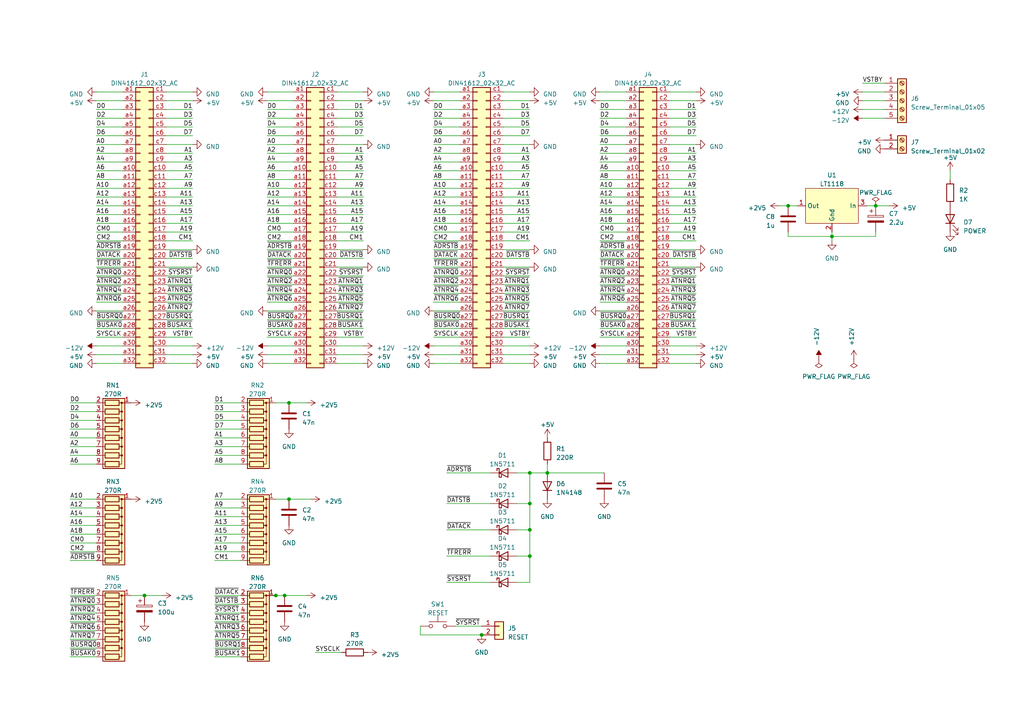
<source format=kicad_sch>
(kicad_sch (version 20230121) (generator eeschema)
  (paper "A4")
  (junction (at 254 59.69))
  (junction (at 158.75 137.16))
  (junction (at 228.6 59.69))
  (junction (at 241.3 68.58))
  (junction (at 153.67 161.29))
  (junction (at 83.82 144.78))
  (junction (at 139.7 184.15))
  (junction (at 41.91 172.72))
  (junction (at 153.67 137.16))
  (junction (at 83.82 116.84))
  (junction (at 80.01 172.72))
  (junction (at 153.67 153.67))
  (junction (at 82.55 172.72))
  (junction (at 153.67 146.05))
  (wire (pts (xy 97.79 34.29) (xy 105.41 34.29)))
  (wire (pts (xy 194.31 36.83) (xy 201.93 36.83)))
  (wire (pts (xy 146.05 74.93) (xy 153.67 74.93)))
  (wire (pts (xy 69.85 187.96) (xy 62.23 187.96)))
  (wire (pts (xy 105.41 26.67) (xy 97.79 26.67)))
  (wire (pts (xy 27.94 87.63) (xy 35.56 87.63)))
  (wire (pts (xy 173.99 62.23) (xy 181.61 62.23)))
  (wire (pts (xy 173.99 34.29) (xy 181.61 34.29)))
  (wire (pts (xy 97.79 62.23) (xy 105.41 62.23)))
  (wire (pts (xy 55.88 72.39) (xy 48.26 72.39)))
  (wire (pts (xy 77.47 82.55) (xy 85.09 82.55)))
  (wire (pts (xy 48.26 85.09) (xy 55.88 85.09)))
  (wire (pts (xy 194.31 34.29) (xy 201.93 34.29)))
  (wire (pts (xy 125.73 80.01) (xy 133.35 80.01)))
  (wire (pts (xy 69.85 172.72) (xy 62.23 172.72)))
  (wire (pts (xy 125.73 52.07) (xy 133.35 52.07)))
  (wire (pts (xy 250.19 26.67) (xy 256.54 26.67)))
  (wire (pts (xy 48.26 95.25) (xy 55.88 95.25)))
  (wire (pts (xy 27.94 85.09) (xy 35.56 85.09)))
  (wire (pts (xy 125.73 90.17) (xy 133.35 90.17)))
  (wire (pts (xy 97.79 100.33) (xy 105.41 100.33)))
  (wire (pts (xy 97.79 36.83) (xy 105.41 36.83)))
  (wire (pts (xy 105.41 77.47) (xy 97.79 77.47)))
  (wire (pts (xy 48.26 97.79) (xy 55.88 97.79)))
  (wire (pts (xy 153.67 105.41) (xy 146.05 105.41)))
  (wire (pts (xy 125.73 92.71) (xy 133.35 92.71)))
  (wire (pts (xy 77.47 31.75) (xy 85.09 31.75)))
  (wire (pts (xy 20.32 149.86) (xy 27.94 149.86)))
  (wire (pts (xy 125.73 31.75) (xy 133.35 31.75)))
  (wire (pts (xy 129.54 137.16) (xy 142.24 137.16)))
  (wire (pts (xy 20.32 124.46) (xy 27.94 124.46)))
  (wire (pts (xy 77.47 85.09) (xy 85.09 85.09)))
  (wire (pts (xy 97.79 49.53) (xy 105.41 49.53)))
  (wire (pts (xy 146.05 44.45) (xy 153.67 44.45)))
  (wire (pts (xy 77.47 97.79) (xy 85.09 97.79)))
  (wire (pts (xy 20.32 132.08) (xy 27.94 132.08)))
  (wire (pts (xy 27.94 82.55) (xy 35.56 82.55)))
  (wire (pts (xy 27.94 74.93) (xy 35.56 74.93)))
  (wire (pts (xy 153.67 26.67) (xy 146.05 26.67)))
  (wire (pts (xy 149.86 137.16) (xy 153.67 137.16)))
  (wire (pts (xy 121.92 181.61) (xy 121.92 184.15)))
  (wire (pts (xy 20.32 180.34) (xy 27.94 180.34)))
  (wire (pts (xy 69.85 190.5) (xy 62.23 190.5)))
  (wire (pts (xy 105.41 29.21) (xy 97.79 29.21)))
  (wire (pts (xy 146.05 59.69) (xy 153.67 59.69)))
  (wire (pts (xy 146.05 100.33) (xy 153.67 100.33)))
  (wire (pts (xy 48.26 46.99) (xy 55.88 46.99)))
  (wire (pts (xy 228.6 68.58) (xy 241.3 68.58)))
  (wire (pts (xy 173.99 29.21) (xy 181.61 29.21)))
  (wire (pts (xy 173.99 72.39) (xy 181.61 72.39)))
  (wire (pts (xy 149.86 161.29) (xy 153.67 161.29)))
  (wire (pts (xy 201.93 77.47) (xy 194.31 77.47)))
  (wire (pts (xy 69.85 144.78) (xy 62.23 144.78)))
  (wire (pts (xy 20.32 144.78) (xy 27.94 144.78)))
  (wire (pts (xy 48.26 52.07) (xy 55.88 52.07)))
  (wire (pts (xy 129.54 161.29) (xy 142.24 161.29)))
  (wire (pts (xy 48.26 92.71) (xy 55.88 92.71)))
  (wire (pts (xy 153.67 146.05) (xy 153.67 137.16)))
  (wire (pts (xy 97.79 67.31) (xy 105.41 67.31)))
  (wire (pts (xy 194.31 80.01) (xy 201.93 80.01)))
  (wire (pts (xy 194.31 82.55) (xy 201.93 82.55)))
  (wire (pts (xy 97.79 54.61) (xy 105.41 54.61)))
  (wire (pts (xy 77.47 54.61) (xy 85.09 54.61)))
  (wire (pts (xy 97.79 90.17) (xy 105.41 90.17)))
  (wire (pts (xy 194.31 90.17) (xy 201.93 90.17)))
  (wire (pts (xy 83.82 144.78) (xy 80.01 144.78)))
  (wire (pts (xy 82.55 172.72) (xy 80.01 172.72)))
  (wire (pts (xy 69.85 121.92) (xy 62.23 121.92)))
  (wire (pts (xy 27.94 31.75) (xy 35.56 31.75)))
  (wire (pts (xy 97.79 87.63) (xy 105.41 87.63)))
  (wire (pts (xy 173.99 59.69) (xy 181.61 59.69)))
  (wire (pts (xy 125.73 49.53) (xy 133.35 49.53)))
  (wire (pts (xy 105.41 41.91) (xy 97.79 41.91)))
  (wire (pts (xy 20.32 116.84) (xy 27.94 116.84)))
  (wire (pts (xy 77.47 74.93) (xy 85.09 74.93)))
  (wire (pts (xy 146.05 92.71) (xy 153.67 92.71)))
  (wire (pts (xy 55.88 105.41) (xy 48.26 105.41)))
  (wire (pts (xy 77.47 26.67) (xy 85.09 26.67)))
  (wire (pts (xy 125.73 39.37) (xy 133.35 39.37)))
  (wire (pts (xy 125.73 62.23) (xy 133.35 62.23)))
  (wire (pts (xy 97.79 57.15) (xy 105.41 57.15)))
  (wire (pts (xy 125.73 29.21) (xy 133.35 29.21)))
  (wire (pts (xy 173.99 105.41) (xy 181.61 105.41)))
  (wire (pts (xy 257.81 59.69) (xy 254 59.69)))
  (wire (pts (xy 125.73 67.31) (xy 133.35 67.31)))
  (wire (pts (xy 27.94 90.17) (xy 35.56 90.17)))
  (wire (pts (xy 125.73 34.29) (xy 133.35 34.29)))
  (wire (pts (xy 69.85 124.46) (xy 62.23 124.46)))
  (wire (pts (xy 146.05 36.83) (xy 153.67 36.83)))
  (wire (pts (xy 77.47 59.69) (xy 85.09 59.69)))
  (wire (pts (xy 146.05 95.25) (xy 153.67 95.25)))
  (wire (pts (xy 77.47 87.63) (xy 85.09 87.63)))
  (wire (pts (xy 173.99 90.17) (xy 181.61 90.17)))
  (wire (pts (xy 153.67 153.67) (xy 153.67 146.05)))
  (wire (pts (xy 153.67 102.87) (xy 146.05 102.87)))
  (wire (pts (xy 27.94 102.87) (xy 35.56 102.87)))
  (wire (pts (xy 77.47 29.21) (xy 85.09 29.21)))
  (wire (pts (xy 77.47 105.41) (xy 85.09 105.41)))
  (wire (pts (xy 228.6 68.58) (xy 228.6 67.31)))
  (wire (pts (xy 77.47 36.83) (xy 85.09 36.83)))
  (wire (pts (xy 20.32 121.92) (xy 27.94 121.92)))
  (wire (pts (xy 20.32 134.62) (xy 27.94 134.62)))
  (wire (pts (xy 153.67 72.39) (xy 146.05 72.39)))
  (wire (pts (xy 55.88 102.87) (xy 48.26 102.87)))
  (wire (pts (xy 27.94 44.45) (xy 35.56 44.45)))
  (wire (pts (xy 69.85 129.54) (xy 62.23 129.54)))
  (wire (pts (xy 27.94 41.91) (xy 35.56 41.91)))
  (wire (pts (xy 97.79 31.75) (xy 105.41 31.75)))
  (wire (pts (xy 173.99 39.37) (xy 181.61 39.37)))
  (wire (pts (xy 201.93 41.91) (xy 194.31 41.91)))
  (wire (pts (xy 77.47 46.99) (xy 85.09 46.99)))
  (wire (pts (xy 173.99 41.91) (xy 181.61 41.91)))
  (wire (pts (xy 77.47 64.77) (xy 85.09 64.77)))
  (wire (pts (xy 129.54 168.91) (xy 142.24 168.91)))
  (wire (pts (xy 97.79 44.45) (xy 105.41 44.45)))
  (wire (pts (xy 88.9 116.84) (xy 83.82 116.84)))
  (wire (pts (xy 97.79 85.09) (xy 105.41 85.09)))
  (wire (pts (xy 250.19 29.21) (xy 256.54 29.21)))
  (wire (pts (xy 173.99 77.47) (xy 181.61 77.47)))
  (wire (pts (xy 194.31 57.15) (xy 201.93 57.15)))
  (wire (pts (xy 77.47 34.29) (xy 85.09 34.29)))
  (wire (pts (xy 97.79 39.37) (xy 105.41 39.37)))
  (wire (pts (xy 153.67 137.16) (xy 158.75 137.16)))
  (wire (pts (xy 48.26 74.93) (xy 55.88 74.93)))
  (wire (pts (xy 254 59.69) (xy 251.46 59.69)))
  (wire (pts (xy 125.73 46.99) (xy 133.35 46.99)))
  (wire (pts (xy 241.3 68.58) (xy 254 68.58)))
  (wire (pts (xy 90.17 144.78) (xy 83.82 144.78)))
  (wire (pts (xy 27.94 39.37) (xy 35.56 39.37)))
  (wire (pts (xy 48.26 80.01) (xy 55.88 80.01)))
  (wire (pts (xy 105.41 105.41) (xy 97.79 105.41)))
  (wire (pts (xy 241.3 69.85) (xy 241.3 68.58)))
  (wire (pts (xy 69.85 157.48) (xy 62.23 157.48)))
  (wire (pts (xy 77.47 62.23) (xy 85.09 62.23)))
  (wire (pts (xy 20.32 160.02) (xy 27.94 160.02)))
  (wire (pts (xy 132.08 181.61) (xy 139.7 181.61)))
  (wire (pts (xy 125.73 72.39) (xy 133.35 72.39)))
  (wire (pts (xy 146.05 69.85) (xy 153.67 69.85)))
  (wire (pts (xy 250.19 31.75) (xy 256.54 31.75)))
  (wire (pts (xy 201.93 105.41) (xy 194.31 105.41)))
  (wire (pts (xy 250.19 34.29) (xy 256.54 34.29)))
  (wire (pts (xy 55.88 77.47) (xy 48.26 77.47)))
  (wire (pts (xy 27.94 105.41) (xy 35.56 105.41)))
  (wire (pts (xy 20.32 157.48) (xy 27.94 157.48)))
  (wire (pts (xy 146.05 80.01) (xy 153.67 80.01)))
  (wire (pts (xy 55.88 41.91) (xy 48.26 41.91)))
  (wire (pts (xy 125.73 100.33) (xy 133.35 100.33)))
  (wire (pts (xy 125.73 44.45) (xy 133.35 44.45)))
  (wire (pts (xy 201.93 29.21) (xy 194.31 29.21)))
  (wire (pts (xy 146.05 34.29) (xy 153.67 34.29)))
  (wire (pts (xy 77.47 80.01) (xy 85.09 80.01)))
  (wire (pts (xy 20.32 172.72) (xy 27.94 172.72)))
  (wire (pts (xy 125.73 36.83) (xy 133.35 36.83)))
  (wire (pts (xy 228.6 59.69) (xy 231.14 59.69)))
  (wire (pts (xy 27.94 26.67) (xy 35.56 26.67)))
  (wire (pts (xy 20.32 129.54) (xy 27.94 129.54)))
  (wire (pts (xy 194.31 74.93) (xy 201.93 74.93)))
  (wire (pts (xy 173.99 36.83) (xy 181.61 36.83)))
  (wire (pts (xy 173.99 87.63) (xy 181.61 87.63)))
  (wire (pts (xy 27.94 72.39) (xy 35.56 72.39)))
  (wire (pts (xy 48.26 87.63) (xy 55.88 87.63)))
  (wire (pts (xy 125.73 41.91) (xy 133.35 41.91)))
  (wire (pts (xy 146.05 57.15) (xy 153.67 57.15)))
  (wire (pts (xy 194.31 97.79) (xy 201.93 97.79)))
  (wire (pts (xy 173.99 100.33) (xy 181.61 100.33)))
  (wire (pts (xy 97.79 52.07) (xy 105.41 52.07)))
  (wire (pts (xy 69.85 127) (xy 62.23 127)))
  (wire (pts (xy 20.32 182.88) (xy 27.94 182.88)))
  (wire (pts (xy 48.26 34.29) (xy 55.88 34.29)))
  (wire (pts (xy 173.99 46.99) (xy 181.61 46.99)))
  (wire (pts (xy 194.31 49.53) (xy 201.93 49.53)))
  (wire (pts (xy 48.26 82.55) (xy 55.88 82.55)))
  (wire (pts (xy 194.31 62.23) (xy 201.93 62.23)))
  (wire (pts (xy 97.79 97.79) (xy 105.41 97.79)))
  (wire (pts (xy 194.31 95.25) (xy 201.93 95.25)))
  (wire (pts (xy 149.86 168.91) (xy 153.67 168.91)))
  (wire (pts (xy 194.31 64.77) (xy 201.93 64.77)))
  (wire (pts (xy 146.05 64.77) (xy 153.67 64.77)))
  (wire (pts (xy 125.73 87.63) (xy 133.35 87.63)))
  (wire (pts (xy 146.05 97.79) (xy 153.67 97.79)))
  (wire (pts (xy 146.05 31.75) (xy 153.67 31.75)))
  (wire (pts (xy 20.32 185.42) (xy 27.94 185.42)))
  (wire (pts (xy 194.31 46.99) (xy 201.93 46.99)))
  (wire (pts (xy 48.26 59.69) (xy 55.88 59.69)))
  (wire (pts (xy 173.99 92.71) (xy 181.61 92.71)))
  (wire (pts (xy 20.32 147.32) (xy 27.94 147.32)))
  (wire (pts (xy 77.47 67.31) (xy 85.09 67.31)))
  (wire (pts (xy 27.94 62.23) (xy 35.56 62.23)))
  (wire (pts (xy 69.85 116.84) (xy 62.23 116.84)))
  (wire (pts (xy 27.94 34.29) (xy 35.56 34.29)))
  (wire (pts (xy 250.19 24.13) (xy 256.54 24.13)))
  (wire (pts (xy 20.32 127) (xy 27.94 127)))
  (wire (pts (xy 27.94 69.85) (xy 35.56 69.85)))
  (wire (pts (xy 194.31 39.37) (xy 201.93 39.37)))
  (wire (pts (xy 201.93 26.67) (xy 194.31 26.67)))
  (wire (pts (xy 27.94 95.25) (xy 35.56 95.25)))
  (wire (pts (xy 194.31 44.45) (xy 201.93 44.45)))
  (wire (pts (xy 77.47 72.39) (xy 85.09 72.39)))
  (wire (pts (xy 69.85 154.94) (xy 62.23 154.94)))
  (wire (pts (xy 275.59 49.53) (xy 275.59 52.07)))
  (wire (pts (xy 46.99 172.72) (xy 41.91 172.72)))
  (wire (pts (xy 97.79 80.01) (xy 105.41 80.01)))
  (wire (pts (xy 105.41 72.39) (xy 97.79 72.39)))
  (wire (pts (xy 97.79 95.25) (xy 105.41 95.25)))
  (wire (pts (xy 149.86 153.67) (xy 153.67 153.67)))
  (wire (pts (xy 48.26 31.75) (xy 55.88 31.75)))
  (wire (pts (xy 125.73 69.85) (xy 133.35 69.85)))
  (wire (pts (xy 41.91 172.72) (xy 38.1 172.72)))
  (wire (pts (xy 27.94 67.31) (xy 35.56 67.31)))
  (wire (pts (xy 125.73 85.09) (xy 133.35 85.09)))
  (wire (pts (xy 27.94 54.61) (xy 35.56 54.61)))
  (wire (pts (xy 48.26 57.15) (xy 55.88 57.15)))
  (wire (pts (xy 48.26 62.23) (xy 55.88 62.23)))
  (wire (pts (xy 69.85 162.56) (xy 62.23 162.56)))
  (wire (pts (xy 146.05 90.17) (xy 153.67 90.17)))
  (wire (pts (xy 97.79 64.77) (xy 105.41 64.77)))
  (wire (pts (xy 125.73 95.25) (xy 133.35 95.25)))
  (wire (pts (xy 27.94 77.47) (xy 35.56 77.47)))
  (wire (pts (xy 125.73 74.93) (xy 133.35 74.93)))
  (wire (pts (xy 48.26 44.45) (xy 55.88 44.45)))
  (wire (pts (xy 20.32 187.96) (xy 27.94 187.96)))
  (wire (pts (xy 27.94 97.79) (xy 35.56 97.79)))
  (wire (pts (xy 146.05 85.09) (xy 153.67 85.09)))
  (wire (pts (xy 125.73 59.69) (xy 133.35 59.69)))
  (wire (pts (xy 173.99 26.67) (xy 181.61 26.67)))
  (wire (pts (xy 69.85 185.42) (xy 62.23 185.42)))
  (wire (pts (xy 69.85 134.62) (xy 62.23 134.62)))
  (wire (pts (xy 77.47 49.53) (xy 85.09 49.53)))
  (wire (pts (xy 88.9 172.72) (xy 82.55 172.72)))
  (wire (pts (xy 99.06 189.23) (xy 91.44 189.23)))
  (wire (pts (xy 97.79 59.69) (xy 105.41 59.69)))
  (wire (pts (xy 125.73 26.67) (xy 133.35 26.67)))
  (wire (pts (xy 20.32 152.4) (xy 27.94 152.4)))
  (wire (pts (xy 146.05 87.63) (xy 153.67 87.63)))
  (wire (pts (xy 173.99 67.31) (xy 181.61 67.31)))
  (wire (pts (xy 173.99 44.45) (xy 181.61 44.45)))
  (wire (pts (xy 194.31 59.69) (xy 201.93 59.69)))
  (wire (pts (xy 77.47 39.37) (xy 85.09 39.37)))
  (wire (pts (xy 153.67 168.91) (xy 153.67 161.29)))
  (wire (pts (xy 153.67 29.21) (xy 146.05 29.21)))
  (wire (pts (xy 48.26 54.61) (xy 55.88 54.61)))
  (wire (pts (xy 27.94 57.15) (xy 35.56 57.15)))
  (wire (pts (xy 146.05 39.37) (xy 153.67 39.37)))
  (wire (pts (xy 146.05 49.53) (xy 153.67 49.53)))
  (wire (pts (xy 48.26 64.77) (xy 55.88 64.77)))
  (wire (pts (xy 97.79 69.85) (xy 105.41 69.85)))
  (wire (pts (xy 77.47 69.85) (xy 85.09 69.85)))
  (wire (pts (xy 173.99 82.55) (xy 181.61 82.55)))
  (wire (pts (xy 194.31 85.09) (xy 201.93 85.09)))
  (wire (pts (xy 194.31 54.61) (xy 201.93 54.61)))
  (wire (pts (xy 69.85 182.88) (xy 62.23 182.88)))
  (wire (pts (xy 55.88 26.67) (xy 48.26 26.67)))
  (wire (pts (xy 194.31 67.31) (xy 201.93 67.31)))
  (wire (pts (xy 173.99 74.93) (xy 181.61 74.93)))
  (wire (pts (xy 129.54 153.67) (xy 142.24 153.67)))
  (wire (pts (xy 69.85 175.26) (xy 62.23 175.26)))
  (wire (pts (xy 77.47 90.17) (xy 85.09 90.17)))
  (wire (pts (xy 194.31 92.71) (xy 201.93 92.71)))
  (wire (pts (xy 27.94 36.83) (xy 35.56 36.83)))
  (wire (pts (xy 121.92 184.15) (xy 139.7 184.15)))
  (wire (pts (xy 194.31 87.63) (xy 201.93 87.63)))
  (wire (pts (xy 83.82 116.84) (xy 80.01 116.84)))
  (wire (pts (xy 48.26 49.53) (xy 55.88 49.53)))
  (wire (pts (xy 226.06 59.69) (xy 228.6 59.69)))
  (wire (pts (xy 194.31 52.07) (xy 201.93 52.07)))
  (wire (pts (xy 77.47 102.87) (xy 85.09 102.87)))
  (wire (pts (xy 173.99 69.85) (xy 181.61 69.85)))
  (wire (pts (xy 125.73 97.79) (xy 133.35 97.79)))
  (wire (pts (xy 173.99 80.01) (xy 181.61 80.01)))
  (wire (pts (xy 173.99 54.61) (xy 181.61 54.61)))
  (wire (pts (xy 55.88 29.21) (xy 48.26 29.21)))
  (wire (pts (xy 48.26 36.83) (xy 55.88 36.83)))
  (wire (pts (xy 27.94 92.71) (xy 35.56 92.71)))
  (wire (pts (xy 153.67 161.29) (xy 153.67 153.67)))
  (wire (pts (xy 69.85 160.02) (xy 62.23 160.02)))
  (wire (pts (xy 97.79 92.71) (xy 105.41 92.71)))
  (wire (pts (xy 125.73 102.87) (xy 133.35 102.87)))
  (wire (pts (xy 125.73 77.47) (xy 133.35 77.47)))
  (wire (pts (xy 77.47 52.07) (xy 85.09 52.07)))
  (wire (pts (xy 20.32 162.56) (xy 27.94 162.56)))
  (wire (pts (xy 77.47 95.25) (xy 85.09 95.25)))
  (wire (pts (xy 27.94 64.77) (xy 35.56 64.77)))
  (wire (pts (xy 20.32 119.38) (xy 27.94 119.38)))
  (wire (pts (xy 69.85 147.32) (xy 62.23 147.32)))
  (wire (pts (xy 48.26 67.31) (xy 55.88 67.31)))
  (wire (pts (xy 27.94 46.99) (xy 35.56 46.99)))
  (wire (pts (xy 27.94 100.33) (xy 35.56 100.33)))
  (wire (pts (xy 146.05 54.61) (xy 153.67 54.61)))
  (wire (pts (xy 173.99 85.09) (xy 181.61 85.09)))
  (wire (pts (xy 69.85 152.4) (xy 62.23 152.4)))
  (wire (pts (xy 69.85 180.34) (xy 62.23 180.34)))
  (wire (pts (xy 194.31 100.33) (xy 201.93 100.33)))
  (wire (pts (xy 77.47 100.33) (xy 85.09 100.33)))
  (wire (pts (xy 77.47 57.15) (xy 85.09 57.15)))
  (wire (pts (xy 146.05 52.07) (xy 153.67 52.07)))
  (wire (pts (xy 27.94 52.07) (xy 35.56 52.07)))
  (wire (pts (xy 173.99 97.79) (xy 181.61 97.79)))
  (wire (pts (xy 153.67 77.47) (xy 146.05 77.47)))
  (wire (pts (xy 48.26 100.33) (xy 55.88 100.33)))
  (wire (pts (xy 194.31 69.85) (xy 201.93 69.85)))
  (wire (pts (xy 69.85 177.8) (xy 62.23 177.8)))
  (wire (pts (xy 201.93 102.87) (xy 194.31 102.87)))
  (wire (pts (xy 149.86 146.05) (xy 153.67 146.05)))
  (wire (pts (xy 20.32 177.8) (xy 27.94 177.8)))
  (wire (pts (xy 77.47 44.45) (xy 85.09 44.45)))
  (wire (pts (xy 146.05 82.55) (xy 153.67 82.55)))
  (wire (pts (xy 125.73 57.15) (xy 133.35 57.15)))
  (wire (pts (xy 254 68.58) (xy 254 67.31)))
  (wire (pts (xy 173.99 57.15) (xy 181.61 57.15)))
  (wire (pts (xy 80.01 172.72) (xy 78.74 172.72)))
  (wire (pts (xy 27.94 59.69) (xy 35.56 59.69)))
  (wire (pts (xy 77.47 92.71) (xy 85.09 92.71)))
  (wire (pts (xy 173.99 95.25) (xy 181.61 95.25)))
  (wire (pts (xy 77.47 41.91) (xy 85.09 41.91)))
  (wire (pts (xy 27.94 49.53) (xy 35.56 49.53)))
  (wire (pts (xy 97.79 74.93) (xy 105.41 74.93)))
  (wire (pts (xy 173.99 49.53) (xy 181.61 49.53)))
  (wire (pts (xy 158.75 134.62) (xy 158.75 137.16)))
  (wire (pts (xy 125.73 54.61) (xy 133.35 54.61)))
  (wire (pts (xy 48.26 90.17) (xy 55.88 90.17)))
  (wire (pts (xy 69.85 149.86) (xy 62.23 149.86)))
  (wire (pts (xy 77.47 77.47) (xy 85.09 77.47)))
  (wire (pts (xy 97.79 46.99) (xy 105.41 46.99)))
  (wire (pts (xy 48.26 69.85) (xy 55.88 69.85)))
  (wire (pts (xy 146.05 67.31) (xy 153.67 67.31)))
  (wire (pts (xy 125.73 105.41) (xy 133.35 105.41)))
  (wire (pts (xy 129.54 146.05) (xy 142.24 146.05)))
  (wire (pts (xy 20.32 190.5) (xy 27.94 190.5)))
  (wire (pts (xy 69.85 119.38) (xy 62.23 119.38)))
  (wire (pts (xy 97.79 82.55) (xy 105.41 82.55)))
  (wire (pts (xy 27.94 29.21) (xy 35.56 29.21)))
  (wire (pts (xy 27.94 80.01) (xy 35.56 80.01)))
  (wire (pts (xy 158.75 137.16) (xy 175.26 137.16)))
  (wire (pts (xy 69.85 132.08) (xy 62.23 132.08)))
  (wire (pts (xy 194.31 31.75) (xy 201.93 31.75)))
  (wire (pts (xy 173.99 102.87) (xy 181.61 102.87)))
  (wire (pts (xy 146.05 62.23) (xy 153.67 62.23)))
  (wire (pts (xy 125.73 64.77) (xy 133.35 64.77)))
  (wire (pts (xy 173.99 64.77) (xy 181.61 64.77)))
  (wire (pts (xy 105.41 102.87) (xy 97.79 102.87)))
  (wire (pts (xy 201.93 72.39) (xy 194.31 72.39)))
  (wire (pts (xy 173.99 31.75) (xy 181.61 31.75)))
  (wire (pts (xy 20.32 175.26) (xy 27.94 175.26)))
  (wire (pts (xy 48.26 39.37) (xy 55.88 39.37)))
  (wire (pts (xy 146.05 46.99) (xy 153.67 46.99)))
  (wire (pts (xy 153.67 41.91) (xy 146.05 41.91)))
  (wire (pts (xy 173.99 52.07) (xy 181.61 52.07)))
  (wire (pts (xy 125.73 82.55) (xy 133.35 82.55)))
  (wire (pts (xy 20.32 154.94) (xy 27.94 154.94)))
  (wire (pts (xy 241.3 68.58) (xy 241.3 67.31)))
  (label "CM0" (at 77.47 67.31 0))
  (label "CM2" (at 125.73 69.85 0))
  (label "~{ATNRQ1}" (at 105.41 82.55 180))
  (label "~{DATACK}" (at 27.94 74.93 0))
  (label "~{ATNRQ4}" (at 173.99 85.09 0))
  (label "VSTBY" (at 105.41 97.79 180))
  (label "A6" (at 27.94 49.53 0))
  (label "SYSCLK" (at 125.73 97.79 0))
  (label "D5" (at 105.41 36.83 180))
  (label "~{ATNRQ5}" (at 105.41 87.63 180))
  (label "A0" (at 20.32 127 0))
  (label "~{BUSRQ1}" (at 62.23 187.96 0))
  (label "A9" (at 153.67 54.61 180))
  (label "A19" (at 55.88 67.31 180))
  (label "~{BUSAK1}" (at 153.67 95.25 180))
  (label "A3" (at 153.67 46.99 180))
  (label "~{ATNRQ3}" (at 62.23 182.88 0))
  (label "A13" (at 62.23 152.4 0))
  (label "A1" (at 62.23 127 0))
  (label "A1" (at 55.88 44.45 180))
  (label "A18" (at 125.73 64.77 0))
  (label "~{ATNRQ1}" (at 201.93 82.55 180))
  (label "A7" (at 62.23 144.78 0))
  (label "D2" (at 27.94 34.29 0))
  (label "A2" (at 20.32 129.54 0))
  (label "D4" (at 77.47 36.83 0))
  (label "~{ATNRQ3}" (at 153.67 85.09 180))
  (label "A16" (at 125.73 62.23 0))
  (label "~{ATNRQ5}" (at 153.67 87.63 180))
  (label "~{BUSRQ0}" (at 27.94 92.71 0))
  (label "~{DATACK}" (at 129.54 153.67 0))
  (label "~{BUSAK1}" (at 55.88 95.25 180))
  (label "~{TFRERR}" (at 77.47 77.47 0))
  (label "A4" (at 27.94 46.99 0))
  (label "A4" (at 77.47 46.99 0))
  (label "~{TFRERR}" (at 27.94 77.47 0))
  (label "D2" (at 77.47 34.29 0))
  (label "A19" (at 62.23 160.02 0))
  (label "~{ATNRQ7}" (at 105.41 90.17 180))
  (label "~{ATNRQ2}" (at 27.94 82.55 0))
  (label "VSTBY" (at 55.88 97.79 180))
  (label "A3" (at 105.41 46.99 180))
  (label "A11" (at 62.23 149.86 0))
  (label "A9" (at 105.41 54.61 180))
  (label "~{SYSRST}" (at 153.67 80.01 180))
  (label "D5" (at 153.67 36.83 180))
  (label "~{ATNRQ2}" (at 173.99 82.55 0))
  (label "~{BUSAK0}" (at 77.47 95.25 0))
  (label "A11" (at 153.67 57.15 180))
  (label "D7" (at 153.67 39.37 180))
  (label "A5" (at 153.67 49.53 180))
  (label "~{ATNRQ3}" (at 105.41 85.09 180))
  (label "D0" (at 173.99 31.75 0))
  (label "A18" (at 27.94 64.77 0))
  (label "A19" (at 105.41 67.31 180))
  (label "A18" (at 77.47 64.77 0))
  (label "~{ATNRQ1}" (at 153.67 82.55 180))
  (label "~{SYSRST}" (at 132.08 181.61 0))
  (label "A6" (at 173.99 49.53 0))
  (label "~{DATSTB}" (at 129.54 146.05 0))
  (label "A6" (at 125.73 49.53 0))
  (label "A8" (at 62.23 134.62 0))
  (label "SYSCLK" (at 91.44 189.23 0))
  (label "CM1" (at 105.41 69.85 180))
  (label "A4" (at 173.99 46.99 0))
  (label "D5" (at 62.23 121.92 0))
  (label "VSTBY" (at 153.67 97.79 180))
  (label "~{ATNRQ7}" (at 20.32 185.42 0))
  (label "A13" (at 153.67 59.69 180))
  (label "~{TFRERR}" (at 125.73 77.47 0))
  (label "D1" (at 153.67 31.75 180))
  (label "A7" (at 201.93 52.07 180))
  (label "D6" (at 77.47 39.37 0))
  (label "~{ATNRQ5}" (at 201.93 87.63 180))
  (label "~{ATNRQ4}" (at 20.32 180.34 0))
  (label "SYSCLK" (at 27.94 97.79 0))
  (label "SYSCLK" (at 173.99 97.79 0))
  (label "~{SYSRST}" (at 62.23 177.8 0))
  (label "A12" (at 77.47 57.15 0))
  (label "~{DATSTB}" (at 55.88 74.93 180))
  (label "D0" (at 77.47 31.75 0))
  (label "~{DATSTB}" (at 153.67 74.93 180))
  (label "D3" (at 62.23 119.38 0))
  (label "D6" (at 20.32 124.46 0))
  (label "~{ATNRQ2}" (at 77.47 82.55 0))
  (label "D6" (at 173.99 39.37 0))
  (label "~{BUSRQ0}" (at 125.73 92.71 0))
  (label "D1" (at 55.88 31.75 180))
  (label "A8" (at 173.99 52.07 0))
  (label "CM0" (at 173.99 67.31 0))
  (label "A15" (at 201.93 62.23 180))
  (label "~{ATNRQ7}" (at 201.93 90.17 180))
  (label "D1" (at 105.41 31.75 180))
  (label "A14" (at 125.73 59.69 0))
  (label "A2" (at 173.99 44.45 0))
  (label "A5" (at 105.41 49.53 180))
  (label "~{DATACK}" (at 173.99 74.93 0))
  (label "A0" (at 77.47 41.91 0))
  (label "D3" (at 55.88 34.29 180))
  (label "~{BUSRQ1}" (at 153.67 92.71 180))
  (label "A16" (at 173.99 62.23 0))
  (label "~{TFRERR}" (at 173.99 77.47 0))
  (label "D2" (at 125.73 34.29 0))
  (label "D7" (at 201.93 39.37 180))
  (label "~{TFRERR}" (at 20.32 172.72 0))
  (label "A1" (at 201.93 44.45 180))
  (label "A3" (at 62.23 129.54 0))
  (label "D0" (at 27.94 31.75 0))
  (label "A16" (at 27.94 62.23 0))
  (label "A11" (at 105.41 57.15 180))
  (label "D3" (at 153.67 34.29 180))
  (label "CM1" (at 201.93 69.85 180))
  (label "VSTBY" (at 250.19 24.13 0))
  (label "~{SYSRST}" (at 201.93 80.01 180))
  (label "A15" (at 153.67 62.23 180))
  (label "~{BUSRQ0}" (at 20.32 187.96 0))
  (label "~{ADRSTB}" (at 173.99 72.39 0))
  (label "A15" (at 62.23 154.94 0))
  (label "A1" (at 105.41 44.45 180))
  (label "~{ATNRQ0}" (at 77.47 80.01 0))
  (label "A10" (at 173.99 54.61 0))
  (label "D0" (at 20.32 116.84 0))
  (label "D2" (at 173.99 34.29 0))
  (label "A18" (at 20.32 154.94 0))
  (label "A12" (at 125.73 57.15 0))
  (label "~{BUSAK1}" (at 62.23 190.5 0))
  (label "CM0" (at 20.32 157.48 0))
  (label "A11" (at 55.88 57.15 180))
  (label "A14" (at 27.94 59.69 0))
  (label "A16" (at 20.32 152.4 0))
  (label "A9" (at 201.93 54.61 180))
  (label "A4" (at 20.32 132.08 0))
  (label "~{DATACK}" (at 125.73 74.93 0))
  (label "A6" (at 20.32 134.62 0))
  (label "~{DATSTB}" (at 105.41 74.93 180))
  (label "D4" (at 125.73 36.83 0))
  (label "D7" (at 55.88 39.37 180))
  (label "A2" (at 27.94 44.45 0))
  (label "~{BUSAK0}" (at 20.32 190.5 0))
  (label "CM1" (at 153.67 69.85 180))
  (label "CM2" (at 27.94 69.85 0))
  (label "A2" (at 125.73 44.45 0))
  (label "~{ATNRQ1}" (at 62.23 180.34 0))
  (label "D6" (at 125.73 39.37 0))
  (label "D1" (at 62.23 116.84 0))
  (label "D7" (at 105.41 39.37 180))
  (label "A13" (at 201.93 59.69 180))
  (label "CM1" (at 55.88 69.85 180))
  (label "D7" (at 62.23 124.46 0))
  (label "A17" (at 55.88 64.77 180))
  (label "A16" (at 77.47 62.23 0))
  (label "A12" (at 20.32 147.32 0))
  (label "~{DATSTB}" (at 62.23 175.26 0))
  (label "~{ATNRQ4}" (at 27.94 85.09 0))
  (label "D3" (at 105.41 34.29 180))
  (label "~{ADRSTB}" (at 77.47 72.39 0))
  (label "~{ADRSTB}" (at 20.32 162.56 0))
  (label "~{ADRSTB}" (at 129.54 137.16 0))
  (label "A10" (at 125.73 54.61 0))
  (label "A0" (at 27.94 41.91 0))
  (label "A5" (at 62.23 132.08 0))
  (label "CM0" (at 125.73 67.31 0))
  (label "A1" (at 153.67 44.45 180))
  (label "A10" (at 20.32 144.78 0))
  (label "~{BUSAK0}" (at 125.73 95.25 0))
  (label "A18" (at 173.99 64.77 0))
  (label "A3" (at 201.93 46.99 180))
  (label "SYSCLK" (at 77.47 97.79 0))
  (label "~{BUSRQ0}" (at 173.99 92.71 0))
  (label "~{ATNRQ2}" (at 20.32 177.8 0))
  (label "~{ADRSTB}" (at 27.94 72.39 0))
  (label "A7" (at 153.67 52.07 180))
  (label "~{DATACK}" (at 77.47 74.93 0))
  (label "A13" (at 55.88 59.69 180))
  (label "A17" (at 105.41 64.77 180))
  (label "A19" (at 153.67 67.31 180))
  (label "~{BUSAK1}" (at 105.41 95.25 180))
  (label "A8" (at 125.73 52.07 0))
  (label "D0" (at 125.73 31.75 0))
  (label "~{ATNRQ7}" (at 55.88 90.17 180))
  (label "A8" (at 27.94 52.07 0))
  (label "A7" (at 105.41 52.07 180))
  (label "A2" (at 77.47 44.45 0))
  (label "A12" (at 173.99 57.15 0))
  (label "A9" (at 55.88 54.61 180))
  (label "~{ATNRQ6}" (at 125.73 87.63 0))
  (label "~{BUSRQ1}" (at 105.41 92.71 180))
  (label "CM2" (at 77.47 69.85 0))
  (label "A15" (at 55.88 62.23 180))
  (label "~{BUSRQ0}" (at 77.47 92.71 0))
  (label "~{ATNRQ5}" (at 62.23 185.42 0))
  (label "~{ATNRQ0}" (at 125.73 80.01 0))
  (label "D1" (at 201.93 31.75 180))
  (label "~{ATNRQ5}" (at 55.88 87.63 180))
  (label "~{ATNRQ4}" (at 125.73 85.09 0))
  (label "A6" (at 77.47 49.53 0))
  (label "A10" (at 27.94 54.61 0))
  (label "~{ATNRQ4}" (at 77.47 85.09 0))
  (label "A4" (at 125.73 46.99 0))
  (label "~{ATNRQ3}" (at 55.88 85.09 180))
  (label "~{TFRERR}" (at 129.54 161.29 0))
  (label "D2" (at 20.32 119.38 0))
  (label "D4" (at 27.94 36.83 0))
  (label "A0" (at 125.73 41.91 0))
  (label "~{ATNRQ3}" (at 201.93 85.09 180))
  (label "~{ATNRQ6}" (at 173.99 87.63 0))
  (label "D4" (at 20.32 121.92 0))
  (label "A13" (at 105.41 59.69 180))
  (label "~{BUSRQ1}" (at 201.93 92.71 180))
  (label "A17" (at 201.93 64.77 180))
  (label "A5" (at 55.88 49.53 180))
  (label "~{BUSRQ1}" (at 55.88 92.71 180))
  (label "~{ATNRQ0}" (at 20.32 175.26 0))
  (label "D5" (at 201.93 36.83 180))
  (label "A19" (at 201.93 67.31 180))
  (label "~{ADRSTB}" (at 125.73 72.39 0))
  (label "A14" (at 173.99 59.69 0))
  (label "~{BUSAK0}" (at 27.94 95.25 0))
  (label "A14" (at 77.47 59.69 0))
  (label "VSTBY" (at 201.93 97.79 180))
  (label "D3" (at 201.93 34.29 180))
  (label "CM2" (at 173.99 69.85 0))
  (label "~{ATNRQ6}" (at 20.32 182.88 0))
  (label "~{BUSAK1}" (at 201.93 95.25 180))
  (label "~{BUSAK0}" (at 173.99 95.25 0))
  (label "A3" (at 55.88 46.99 180))
  (label "A17" (at 153.67 64.77 180))
  (label "A5" (at 201.93 49.53 180))
  (label "A9" (at 62.23 147.32 0))
  (label "~{ATNRQ7}" (at 153.67 90.17 180))
  (label "A8" (at 77.47 52.07 0))
  (label "~{ATNRQ1}" (at 55.88 82.55 180))
  (label "D6" (at 27.94 39.37 0))
  (label "~{ATNRQ0}" (at 173.99 80.01 0))
  (label "CM0" (at 27.94 67.31 0))
  (label "~{SYSRST}" (at 105.41 80.01 180))
  (label "A0" (at 173.99 41.91 0))
  (label "~{ATNRQ6}" (at 27.94 87.63 0))
  (label "~{ATNRQ6}" (at 77.47 87.63 0))
  (label "A10" (at 77.47 54.61 0))
  (label "A14" (at 20.32 149.86 0))
  (label "~{ATNRQ0}" (at 27.94 80.01 0))
  (label "A12" (at 27.94 57.15 0))
  (label "~{ATNRQ2}" (at 125.73 82.55 0))
  (label "A7" (at 55.88 52.07 180))
  (label "~{DATSTB}" (at 201.93 74.93 180))
  (label "~{DATACK}" (at 62.23 172.72 0))
  (label "A15" (at 105.41 62.23 180))
  (label "~{SYSRST}" (at 129.54 168.91 0))
  (label "A11" (at 201.93 57.15 180))
  (label "D4" (at 173.99 36.83 0))
  (label "~{SYSRST}" (at 55.88 80.01 180))
  (label "A17" (at 62.23 157.48 0))
  (label "CM2" (at 20.32 160.02 0))
  (label "CM1" (at 62.23 162.56 0))
  (label "D5" (at 55.88 36.83 180))
  (symbol (lib_id "power:GND") (at 201.93 26.67 90) (unit 1)
    (property "Reference" "#PWR049" (effects hide))
    (property "Value" "GND" (at 205.74 27.305 90) (effects (justify right)))
  )
  (symbol (lib_id "power:+5V") (at 27.94 29.21 90) (unit 1)
    (property "Reference" "#PWR09" (effects hide))
    (property "Value" "+5V" (at 24.13 29.845 90) (effects (justify left)))
  )
  (symbol (lib_id "Device:C_Polarized") (at 41.91 176.53 0) (unit 1)
    (property "Reference" "C3" (at 45.72 175.006 0) (effects (justify left)))
    (property "Value" "100u" (at 45.72 177.546 0) (effects (justify left)))
    (property "Footprint" "Capacitor_THT:CP_Radial_D5.0mm_P2.00mm" (effects hide))
  )
  (symbol (lib_id "power:+2V5") (at 38.1 144.78 270) (unit 1)
    (property "Reference" "#PWR058" (effects hide))
    (property "Value" "+2V5" (at 41.91 145.415 90) (effects (justify left)))
  )
  (symbol (lib_id "power:GND") (at 250.19 29.21 270) (unit 1)
    (property "Reference" "#PWR074" (effects hide))
    (property "Value" "GND" (at 246.38 29.845 90) (effects (justify right)))
  )
  (symbol (lib_id "power:-12V") (at 27.94 100.33 90) (unit 1)
    (property "Reference" "#PWR014" (effects hide))
    (property "Value" "-12V" (at 24.13 100.965 90) (effects (justify left)))
  )
  (symbol (lib_id "power:+12V") (at 201.93 100.33 270) (unit 1)
    (property "Reference" "#PWR054" (effects hide))
    (property "Value" "+12V" (at 205.74 100.965 90) (effects (justify left)))
  )
  (symbol (lib_id "power:GND") (at 27.94 90.17 270) (unit 1)
    (property "Reference" "#PWR05" (effects hide))
    (property "Value" "GND" (at 24.13 90.805 90) (effects (justify right)))
  )
  (symbol (lib_id "power:GND") (at 153.67 105.41 90) (unit 1)
    (property "Reference" "#PWR042" (effects hide))
    (property "Value" "GND" (at 157.48 106.045 90) (effects (justify right)))
  )
  (symbol (lib_id "power:GND") (at 158.75 144.78 0) (unit 1)
    (property "Reference" "#PWR067" (effects hide))
    (property "Value" "GND" (at 158.75 149.86 0))
  )
  (symbol (lib_id "power:GND") (at 201.93 105.41 90) (unit 1)
    (property "Reference" "#PWR056" (effects hide))
    (property "Value" "GND" (at 205.74 106.045 90) (effects (justify right)))
  )
  (symbol (lib_id "power:+12V") (at 250.19 31.75 90) (unit 1)
    (property "Reference" "#PWR073" (effects hide))
    (property "Value" "+12V" (at 246.38 32.385 90) (effects (justify left)))
  )
  (symbol (lib_id "Device:C") (at 82.55 176.53 0) (unit 1)
    (property "Reference" "C4" (at 86.36 175.895 0) (effects (justify left)))
    (property "Value" "47n" (at 86.36 178.435 0) (effects (justify left)))
    (property "Footprint" "Capacitor_THT:C_Disc_D6.0mm_W2.5mm_P5.00mm" (effects hide))
  )
  (symbol (lib_id "power:GND") (at 55.88 72.39 90) (unit 1)
    (property "Reference" "#PWR06" (effects hide))
    (property "Value" "GND" (at 59.69 73.025 90) (effects (justify right)))
  )
  (symbol (lib_id "power:GND") (at 55.88 105.41 90) (unit 1)
    (property "Reference" "#PWR04" (effects hide))
    (property "Value" "GND" (at 59.69 106.045 90) (effects (justify right)))
  )
  (symbol (lib_id "power:+5V") (at 125.73 102.87 90) (unit 1)
    (property "Reference" "#PWR033" (effects hide))
    (property "Value" "+5V" (at 121.92 103.505 90) (effects (justify left)))
  )
  (symbol (lib_id "power:+2V5") (at 90.17 144.78 270) (unit 1)
    (property "Reference" "#PWR061" (effects hide))
    (property "Value" "+2V5" (at 93.98 145.415 90) (effects (justify left)))
  )
  (symbol (lib_id "Device:R") (at 102.87 189.23 90) (unit 1)
    (property "Reference" "R3" (at 102.87 184.15 90))
    (property "Value" "270R" (at 102.87 186.69 90))
    (property "Footprint" "Resistor_THT:R_Axial_DIN0207_L6.3mm_D2.5mm_P7.62mm_Horizontal" (effects hide))
  )
  (symbol (lib_id "Connector_Generic:Conn_01x02") (at 144.78 181.61 0) (unit 1)
    (property "Reference" "J5" (at 147.32 182.245 0) (effects (justify left)))
    (property "Value" "RESET" (at 147.32 184.785 0) (effects (justify left)))
    (property "Footprint" "Connector_PinHeader_2.54mm:PinHeader_1x02_P2.54mm_Vertical" (effects hide))
  )
  (symbol (lib_id "power:+5V") (at 153.67 29.21 270) (unit 1)
    (property "Reference" "#PWR036" (effects hide))
    (property "Value" "+5V" (at 157.48 29.845 90) (effects (justify left)))
  )
  (symbol (lib_id "Device:R_Network08") (at 33.02 154.94 270) (unit 1)
    (property "Reference" "RN3" (at 32.766 139.7 90))
    (property "Value" "270R" (at 32.766 142.24 90))
    (property "Footprint" "Resistor_THT:R_Array_SIP9" (effects hide))
    (property "Datasheet" "http://www.vishay.com/docs/31509/csc.pdf" (effects hide))
  )
  (symbol (lib_id "Device:C") (at 83.82 148.59 0) (unit 1)
    (property "Reference" "C2" (at 87.63 147.955 0) (effects (justify left)))
    (property "Value" "47n" (at 87.63 150.495 0) (effects (justify left)))
    (property "Footprint" "Capacitor_THT:C_Disc_D6.0mm_W2.5mm_P5.00mm" (effects hide))
  )
  (symbol (lib_id "Connector:Screw_Terminal_01x05") (at 261.62 29.21 0) (unit 1)
    (property "Reference" "J6" (at 264.16 28.575 0) (effects (justify left)))
    (property "Value" "Screw_Terminal_01x05" (at 264.16 31.115 0) (effects (justify left)))
    (property "Footprint" "Connector_PinHeader_2.54mm:PinHeader_1x05_P2.54mm_Vertical" (effects hide))
  )
  (symbol (lib_id "Device:C") (at 228.6 63.5 0) (unit 1)
    (property "Reference" "C8" (at 224.79 62.865 0) (effects (justify right)))
    (property "Value" "1u" (at 224.79 65.405 0) (effects (justify right)))
    (property "Footprint" "Capacitor_THT:C_Disc_D6.0mm_W2.5mm_P5.00mm" (effects hide))
  )
  (symbol (lib_id "Device:C") (at 175.26 140.97 0) (unit 1)
    (property "Reference" "C5" (at 179.07 140.335 0) (effects (justify left)))
    (property "Value" "47n" (at 179.07 142.875 0) (effects (justify left)))
    (property "Footprint" "Capacitor_THT:C_Disc_D6.0mm_W2.5mm_P5.00mm" (effects hide))
  )
  (symbol (lib_id "power:+5V") (at 77.47 29.21 90) (unit 1)
    (property "Reference" "#PWR016" (effects hide))
    (property "Value" "+5V" (at 73.66 29.845 90) (effects (justify left)))
  )
  (symbol (lib_id "power:+2V5") (at 46.99 172.72 270) (unit 1)
    (property "Reference" "#PWR059" (effects hide))
    (property "Value" "+2V5" (at 50.8 173.355 90) (effects (justify left)))
  )
  (symbol (lib_id "Diode:1N5711") (at 146.05 137.16 0) (unit 1)
    (property "Reference" "D1" (at 145.7325 132.08 0))
    (property "Value" "1N5711" (at 145.7325 134.62 0))
    (property "Footprint" "Diode_THT:D_DO-35_SOD27_P7.62mm_Horizontal" (effects hide))
    (property "Datasheet" "https://www.microsemi.com/document-portal/doc_download/8865-lds-0040-datasheet" (effects hide))
  )
  (symbol (lib_id "power:+5V") (at 257.81 59.69 270) (unit 1)
    (property "Reference" "#PWR078" (effects hide))
    (property "Value" "+5V" (at 261.62 60.325 90) (effects (justify left)))
  )
  (symbol (lib_id "Connector:Screw_Terminal_01x02") (at 261.62 40.64 0) (unit 1)
    (property "Reference" "J7" (at 264.16 41.275 0) (effects (justify left)))
    (property "Value" "Screw_Terminal_01x02" (at 264.16 43.815 0) (effects (justify left)))
    (property "Footprint" "TerminalBlock_Phoenix:TerminalBlock_Phoenix_MPT-0,5-2-2.54_1x02_P2.54mm_Horizontal" (effects hide))
  )
  (symbol (lib_id "power:GND") (at 153.67 72.39 90) (unit 1)
    (property "Reference" "#PWR038" (effects hide))
    (property "Value" "GND" (at 157.48 73.025 90) (effects (justify right)))
  )
  (symbol (lib_id "Connector:DIN41612_02x32_AC") (at 186.69 64.77 0) (unit 1)
    (property "Reference" "J4" (at 187.96 21.59 0))
    (property "Value" "DIN41612_02x32_AC" (at 187.96 24.13 0))
    (property "Footprint" "Connector_DIN:DIN41612_C_2x32_Female_Vertical_THT" (effects hide))
  )
  (symbol (lib_id "power:+5V") (at 153.67 102.87 270) (unit 1)
    (property "Reference" "#PWR041" (effects hide))
    (property "Value" "+5V" (at 157.48 103.505 90) (effects (justify left)))
  )
  (symbol (lib_id "power:GND") (at 153.67 41.91 90) (unit 1)
    (property "Reference" "#PWR037" (effects hide))
    (property "Value" "GND" (at 157.48 42.545 90) (effects (justify right)))
  )
  (symbol (lib_id "Device:LED") (at 275.59 63.5 90) (unit 1)
    (property "Reference" "D7" (at 279.4 64.4525 90) (effects (justify right)))
    (property "Value" "POWER" (at 279.4 66.9925 90) (effects (justify right)))
    (property "Footprint" "LED_THT:LED_D3.0mm_Clear" (effects hide))
  )
  (symbol (lib_id "power:GND") (at 173.99 90.17 270) (unit 1)
    (property "Reference" "#PWR045" (effects hide))
    (property "Value" "GND" (at 170.18 90.805 90) (effects (justify right)))
  )
  (symbol (lib_id "power:GND") (at 105.41 26.67 90) (unit 1)
    (property "Reference" "#PWR021" (effects hide))
    (property "Value" "GND" (at 109.22 27.305 90) (effects (justify right)))
  )
  (symbol (lib_id "power:GND") (at 275.59 67.31 0) (unit 1)
    (property "Reference" "#PWR077" (effects hide))
    (property "Value" "GND" (at 275.59 72.39 0))
  )
  (symbol (lib_id "Switch:SW_Push") (at 127 181.61 0) (unit 1)
    (property "Reference" "SW1" (at 127 175.26 0))
    (property "Value" "RESET" (at 127 177.8 0))
    (property "Footprint" "Button_Switch_THT:SW_PUSH_6mm" (effects hide))
  )
  (symbol (lib_id "power:+5V") (at 250.19 26.67 90) (unit 1)
    (property "Reference" "#PWR075" (effects hide))
    (property "Value" "+5V" (at 246.38 27.305 90) (effects (justify left)))
  )
  (symbol (lib_id "power:+5V") (at 77.47 102.87 90) (unit 1)
    (property "Reference" "#PWR019" (effects hide))
    (property "Value" "+5V" (at 73.66 103.505 90) (effects (justify left)))
  )
  (symbol (lib_id "Diode:1N5711") (at 146.05 168.91 0) (unit 1)
    (property "Reference" "D5" (at 145.7325 163.83 0))
    (property "Value" "1N5711" (at 145.7325 166.37 0))
    (property "Footprint" "Diode_THT:D_DO-35_SOD27_P7.62mm_Horizontal" (effects hide))
    (property "Datasheet" "https://www.microsemi.com/document-portal/doc_download/8865-lds-0040-datasheet" (effects hide))
  )
  (symbol (lib_id "power:GND") (at 201.93 41.91 90) (unit 1)
    (property "Reference" "#PWR051" (effects hide))
    (property "Value" "GND" (at 205.74 42.545 90) (effects (justify right)))
  )
  (symbol (lib_id "power:+2V5") (at 106.68 189.23 270) (unit 1)
    (property "Reference" "#PWR069" (effects hide))
    (property "Value" "+2V5" (at 110.49 189.865 90) (effects (justify left)))
  )
  (symbol (lib_id "power:GND") (at 55.88 26.67 90) (unit 1)
    (property "Reference" "#PWR02" (effects hide))
    (property "Value" "GND" (at 59.69 27.305 90) (effects (justify right)))
  )
  (symbol (lib_id "power:+5V") (at 27.94 102.87 90) (unit 1)
    (property "Reference" "#PWR011" (effects hide))
    (property "Value" "+5V" (at 24.13 103.505 90) (effects (justify left)))
  )
  (symbol (lib_id "power:GND") (at 77.47 90.17 270) (unit 1)
    (property "Reference" "#PWR017" (effects hide))
    (property "Value" "GND" (at 73.66 90.805 90) (effects (justify right)))
  )
  (symbol (lib_id "power:GND") (at 77.47 105.41 270) (unit 1)
    (property "Reference" "#PWR020" (effects hide))
    (property "Value" "GND" (at 73.66 106.045 90) (effects (justify right)))
  )
  (symbol (lib_id "Device:C_Polarized") (at 254 63.5 0) (unit 1)
    (property "Reference" "C7" (at 257.81 61.976 0) (effects (justify left)))
    (property "Value" "2.2u" (at 257.81 64.516 0) (effects (justify left)))
    (property "Footprint" "Capacitor_THT:CP_Radial_D5.0mm_P2.00mm" (effects hide))
  )
  (symbol (lib_id "power:GND") (at 125.73 26.67 270) (unit 1)
    (property "Reference" "#PWR029" (effects hide))
    (property "Value" "GND" (at 121.92 27.305 90) (effects (justify right)))
  )
  (symbol (lib_id "power:GND") (at 41.91 180.34 0) (unit 1)
    (property "Reference" "#PWR065" (effects hide))
    (property "Value" "GND" (at 41.91 185.42 0))
  )
  (symbol (lib_id "power:GND") (at 125.73 105.41 270) (unit 1)
    (property "Reference" "#PWR034" (effects hide))
    (property "Value" "GND" (at 121.92 106.045 90) (effects (justify right)))
  )
  (symbol (lib_id "power:+5V") (at 158.75 127 0) (unit 1)
    (property "Reference" "#PWR070" (effects hide))
    (property "Value" "+5V" (at 158.75 123.19 0))
  )
  (symbol (lib_id "power:GND") (at 27.94 26.67 270) (unit 1)
    (property "Reference" "#PWR01" (effects hide))
    (property "Value" "GND" (at 24.13 27.305 90) (effects (justify right)))
  )
  (symbol (lib_id "power:+5V") (at 125.73 29.21 90) (unit 1)
    (property "Reference" "#PWR030" (effects hide))
    (property "Value" "+5V" (at 121.92 29.845 90) (effects (justify left)))
  )
  (symbol (lib_id "power:GND") (at 125.73 90.17 270) (unit 1)
    (property "Reference" "#PWR031" (effects hide))
    (property "Value" "GND" (at 121.92 90.805 90) (effects (justify right)))
  )
  (symbol (lib_id "power:+2V5") (at 88.9 116.84 270) (unit 1)
    (property "Reference" "#PWR060" (effects hide))
    (property "Value" "+2V5" (at 92.71 117.475 90) (effects (justify left)))
  )
  (symbol (lib_id "power:GND") (at 55.88 41.91 90) (unit 1)
    (property "Reference" "#PWR08" (effects hide))
    (property "Value" "GND" (at 59.69 42.545 90) (effects (justify right)))
  )
  (symbol (lib_id "Diode:1N5711") (at 146.05 161.29 0) (unit 1)
    (property "Reference" "D4" (at 145.7325 156.21 0))
    (property "Value" "1N5711" (at 145.7325 158.75 0))
    (property "Footprint" "Diode_THT:D_DO-35_SOD27_P7.62mm_Horizontal" (effects hide))
    (property "Datasheet" "https://www.microsemi.com/document-portal/doc_download/8865-lds-0040-datasheet" (effects hide))
  )
  (symbol (lib_id "power:+5V") (at 105.41 29.21 270) (unit 1)
    (property "Reference" "#PWR022" (effects hide))
    (property "Value" "+5V" (at 109.22 29.845 90) (effects (justify left)))
  )
  (symbol (lib_id "power:GND") (at 173.99 105.41 270) (unit 1)
    (property "Reference" "#PWR048" (effects hide))
    (property "Value" "GND" (at 170.18 106.045 90) (effects (justify right)))
  )
  (symbol (lib_id "power:+5V") (at 201.93 102.87 270) (unit 1)
    (property "Reference" "#PWR055" (effects hide))
    (property "Value" "+5V" (at 205.74 103.505 90) (effects (justify left)))
  )
  (symbol (lib_id "power:GND") (at 105.41 77.47 90) (unit 1)
    (property "Reference" "#PWR025" (effects hide))
    (property "Value" "GND" (at 109.22 78.105 90) (effects (justify right)))
  )
  (symbol (lib_id "power:GND") (at 201.93 77.47 90) (unit 1)
    (property "Reference" "#PWR053" (effects hide))
    (property "Value" "GND" (at 205.74 78.105 90) (effects (justify right)))
  )
  (symbol (lib_id "power:-12V") (at 173.99 100.33 90) (unit 1)
    (property "Reference" "#PWR046" (effects hide))
    (property "Value" "-12V" (at 170.18 100.965 90) (effects (justify left)))
  )
  (symbol (lib_id "power:GND") (at 173.99 26.67 270) (unit 1)
    (property "Reference" "#PWR043" (effects hide))
    (property "Value" "GND" (at 170.18 27.305 90) (effects (justify right)))
  )
  (symbol (lib_id "power:+5V") (at 105.41 102.87 270) (unit 1)
    (property "Reference" "#PWR027" (effects hide))
    (property "Value" "+5V" (at 109.22 103.505 90) (effects (justify left)))
  )
  (symbol (lib_id "Connector:DIN41612_02x32_AC") (at 138.43 64.77 0) (unit 1)
    (property "Reference" "J3" (at 139.7 21.59 0))
    (property "Value" "DIN41612_02x32_AC" (at 139.7 24.13 0))
    (property "Footprint" "Connector_DIN:DIN41612_C_2x32_Female_Vertical_THT" (effects hide))
  )
  (symbol (lib_id "Connector:DIN41612_02x32_AC") (at 40.64 64.77 0) (unit 1)
    (property "Reference" "J1" (at 41.91 21.59 0))
    (property "Value" "DIN41612_02x32_AC" (at 41.91 24.13 0))
    (property "Footprint" "Connector_DIN:DIN41612_C_2x32_Female_Vertical_THT" (effects hide))
  )
  (symbol (lib_id "power:+5V") (at 275.59 49.53 0) (unit 1)
    (property "Reference" "#PWR076" (effects hide))
    (property "Value" "+5V" (at 275.59 45.72 0))
  )
  (symbol (lib_id "Device:R") (at 158.75 130.81 0) (unit 1)
    (property "Reference" "R1" (at 161.29 130.175 0) (effects (justify left)))
    (property "Value" "220R" (at 161.29 132.715 0) (effects (justify left)))
    (property "Footprint" "Resistor_THT:R_Axial_DIN0207_L6.3mm_D2.5mm_P7.62mm_Horizontal" (effects hide))
  )
  (symbol (lib_id "power:GND") (at 105.41 72.39 90) (unit 1)
    (property "Reference" "#PWR024" (effects hide))
    (property "Value" "GND" (at 109.22 73.025 90) (effects (justify right)))
  )
  (symbol (lib_id "power:GND") (at 83.82 152.4 0) (unit 1)
    (property "Reference" "#PWR064" (effects hide))
    (property "Value" "GND" (at 83.82 157.48 0))
  )
  (symbol (lib_id "power:+5V") (at 173.99 102.87 90) (unit 1)
    (property "Reference" "#PWR047" (effects hide))
    (property "Value" "+5V" (at 170.18 103.505 90) (effects (justify left)))
  )
  (symbol (lib_id "Device:R_Network08") (at 74.93 182.88 270) (unit 1)
    (property "Reference" "RN6" (at 74.676 167.64 90))
    (property "Value" "270R" (at 74.676 170.18 90))
    (property "Footprint" "Resistor_THT:R_Array_SIP9" (effects hide))
    (property "Datasheet" "http://www.vishay.com/docs/31509/csc.pdf" (effects hide))
  )
  (symbol (lib_id "stebus:LT1118") (at 241.3 59.69 0) (mirror y) (unit 1)
    (property "Reference" "U1" (at 241.3 50.8 0))
    (property "Value" "LT1118" (at 241.3 53.34 0))
    (property "Footprint" "Package_TO_SOT_SMD:SOT-223-3_TabPin2" (effects hide))
  )
  (symbol (lib_id "Device:R_Network08") (at 74.93 154.94 270) (unit 1)
    (property "Reference" "RN4" (at 74.676 139.7 90))
    (property "Value" "270R" (at 74.676 142.24 90))
    (property "Footprint" "Resistor_THT:R_Array_SIP9" (effects hide))
    (property "Datasheet" "http://www.vishay.com/docs/31509/csc.pdf" (effects hide))
  )
  (symbol (lib_id "Device:R_Network08") (at 74.93 127 270) (unit 1)
    (property "Reference" "RN2" (at 74.676 111.76 90))
    (property "Value" "270R" (at 74.676 114.3 90))
    (property "Footprint" "Resistor_THT:R_Array_SIP9" (effects hide))
    (property "Datasheet" "http://www.vishay.com/docs/31509/csc.pdf" (effects hide))
  )
  (symbol (lib_id "Device:R_Network08") (at 33.02 182.88 270) (unit 1)
    (property "Reference" "RN5" (at 32.766 167.64 90))
    (property "Value" "270R" (at 32.766 170.18 90))
    (property "Footprint" "Resistor_THT:R_Array_SIP9" (effects hide))
    (property "Datasheet" "http://www.vishay.com/docs/31509/csc.pdf" (effects hide))
  )
  (symbol (lib_id "Device:R_Network08") (at 33.02 127 270) (unit 1)
    (property "Reference" "RN1" (at 32.766 111.76 90))
    (property "Value" "270R" (at 32.766 114.3 90))
    (property "Footprint" "Resistor_THT:R_Array_SIP9" (effects hide))
    (property "Datasheet" "http://www.vishay.com/docs/31509/csc.pdf" (effects hide))
  )
  (symbol (lib_id "power:GND") (at 105.41 105.41 90) (unit 1)
    (property "Reference" "#PWR028" (effects hide))
    (property "Value" "GND" (at 109.22 106.045 90) (effects (justify right)))
  )
  (symbol (lib_id "power:+2V5") (at 88.9 172.72 270) (unit 1)
    (property "Reference" "#PWR066" (effects hide))
    (property "Value" "+2V5" (at 92.71 173.355 90) (effects (justify left)))
  )
  (symbol (lib_id "power:PWR_FLAG") (at 254 59.69 0) (unit 1)
    (property "Reference" "#FLG01" (effects hide))
    (property "Value" "PWR_FLAG" (at 254 55.88 0))
  )
  (symbol (lib_id "Device:R") (at 275.59 55.88 0) (unit 1)
    (property "Reference" "R2" (at 278.13 55.245 0) (effects (justify left)))
    (property "Value" "1K" (at 278.13 57.785 0) (effects (justify left)))
    (property "Footprint" "Resistor_THT:R_Axial_DIN0207_L6.3mm_D2.5mm_P7.62mm_Horizontal" (effects hide))
  )
  (symbol (lib_id "power:PWR_FLAG") (at 247.65 104.14 180) (unit 1)
    (property "Reference" "#FLG03" (effects hide))
    (property "Value" "PWR_FLAG" (at 247.65 109.22 0))
  )
  (symbol (lib_id "power:GND") (at 27.94 105.41 270) (unit 1)
    (property "Reference" "#PWR03" (effects hide))
    (property "Value" "GND" (at 24.13 106.045 90) (effects (justify right)))
  )
  (symbol (lib_id "power:+12V") (at 55.88 100.33 270) (unit 1)
    (property "Reference" "#PWR013" (effects hide))
    (property "Value" "+12V" (at 59.69 100.965 90) (effects (justify left)))
  )
  (symbol (lib_id "Connector:DIN41612_02x32_AC") (at 90.17 64.77 0) (unit 1)
    (property "Reference" "J2" (at 91.44 21.59 0))
    (property "Value" "DIN41612_02x32_AC" (at 91.44 24.13 0))
    (property "Footprint" "Connector_DIN:DIN41612_C_2x32_Female_Vertical_THT" (effects hide))
  )
  (symbol (lib_id "power:-12V") (at 250.19 34.29 90) (unit 1)
    (property "Reference" "#PWR072" (effects hide))
    (property "Value" "-12V" (at 246.38 34.925 90) (effects (justify left)))
  )
  (symbol (lib_id "power:GND") (at 201.93 72.39 90) (unit 1)
    (property "Reference" "#PWR052" (effects hide))
    (property "Value" "GND" (at 205.74 73.025 90) (effects (justify right)))
  )
  (symbol (lib_id "power:+2V5") (at 226.06 59.69 90) (unit 1)
    (property "Reference" "#PWR079" (effects hide))
    (property "Value" "+2V5" (at 222.25 60.325 90) (effects (justify left)))
  )
  (symbol (lib_id "power:GND") (at 175.26 144.78 0) (unit 1)
    (property "Reference" "#PWR068" (effects hide))
    (property "Value" "GND" (at 175.26 149.86 0))
  )
  (symbol (lib_id "power:GND") (at 77.47 26.67 270) (unit 1)
    (property "Reference" "#PWR015" (effects hide))
    (property "Value" "GND" (at 73.66 27.305 90) (effects (justify right)))
  )
  (symbol (lib_id "power:+5V") (at 55.88 102.87 270) (unit 1)
    (property "Reference" "#PWR012" (effects hide))
    (property "Value" "+5V" (at 59.69 103.505 90) (effects (justify left)))
  )
  (symbol (lib_id "power:GND") (at 153.67 26.67 90) (unit 1)
    (property "Reference" "#PWR035" (effects hide))
    (property "Value" "GND" (at 157.48 27.305 90) (effects (justify right)))
  )
  (symbol (lib_id "power:GND") (at 105.41 41.91 90) (unit 1)
    (property "Reference" "#PWR023" (effects hide))
    (property "Value" "GND" (at 109.22 42.545 90) (effects (justify right)))
  )
  (symbol (lib_id "power:+12V") (at 153.67 100.33 270) (unit 1)
    (property "Reference" "#PWR040" (effects hide))
    (property "Value" "+12V" (at 157.48 100.965 90) (effects (justify left)))
  )
  (symbol (lib_id "power:+5V") (at 201.93 29.21 270) (unit 1)
    (property "Reference" "#PWR050" (effects hide))
    (property "Value" "+5V" (at 205.74 29.845 90) (effects (justify left)))
  )
  (symbol (lib_id "Diode:1N5711") (at 146.05 146.05 0) (unit 1)
    (property "Reference" "D2" (at 145.7325 140.97 0))
    (property "Value" "1N5711" (at 145.7325 143.51 0))
    (property "Footprint" "Diode_THT:D_DO-35_SOD27_P7.62mm_Horizontal" (effects hide))
    (property "Datasheet" "https://www.microsemi.com/document-portal/doc_download/8865-lds-0040-datasheet" (effects hide))
  )
  (symbol (lib_id "power:-12V") (at 77.47 100.33 90) (unit 1)
    (property "Reference" "#PWR018" (effects hide))
    (property "Value" "-12V" (at 73.66 100.965 90) (effects (justify left)))
  )
  (symbol (lib_id "power:+5V") (at 55.88 29.21 270) (unit 1)
    (property "Reference" "#PWR010" (effects hide))
    (property "Value" "+5V" (at 59.69 29.845 90) (effects (justify left)))
  )
  (symbol (lib_id "power:GND") (at 83.82 124.46 0) (unit 1)
    (property "Reference" "#PWR063" (effects hide))
    (property "Value" "GND" (at 83.82 129.54 0))
  )
  (symbol (lib_id "Diode:1N4148") (at 158.75 140.97 90) (unit 1)
    (property "Reference" "D6" (at 161.29 140.335 90) (effects (justify right)))
    (property "Value" "1N4148" (at 161.29 142.875 90) (effects (justify right)))
    (property "Footprint" "Diode_THT:D_DO-35_SOD27_P7.62mm_Horizontal" (effects hide))
    (property "Datasheet" "https://assets.nexperia.com/documents/data-sheet/1N4148_1N4448.pdf" (effects hide))
    (property "Sim.Device" "D" (effects hide))
    (property "Sim.Pins" "1=K 2=A" (effects hide))
  )
  (symbol (lib_id "power:+12V") (at 247.65 104.14 0) (unit 1)
    (property "Reference" "#PWR081" (effects hide))
    (property "Value" "+12V" (at 247.015 100.33 90) (effects (justify left)))
  )
  (symbol (lib_id "power:+5V") (at 173.99 29.21 90) (unit 1)
    (property "Reference" "#PWR044" (effects hide))
    (property "Value" "+5V" (at 170.18 29.845 90) (effects (justify left)))
  )
  (symbol (lib_id "power:GND") (at 256.54 43.18 270) (unit 1)
    (property "Reference" "#PWR083" (effects hide))
    (property "Value" "GND" (at 252.73 43.815 90) (effects (justify right)))
  )
  (symbol (lib_id "power:GND") (at 55.88 77.47 90) (unit 1)
    (property "Reference" "#PWR07" (effects hide))
    (property "Value" "GND" (at 59.69 78.105 90) (effects (justify right)))
  )
  (symbol (lib_id "power:+5V") (at 256.54 40.64 90) (unit 1)
    (property "Reference" "#PWR084" (effects hide))
    (property "Value" "+5V" (at 252.73 41.275 90) (effects (justify left)))
  )
  (symbol (lib_id "power:GND") (at 153.67 77.47 90) (unit 1)
    (property "Reference" "#PWR039" (effects hide))
    (property "Value" "GND" (at 157.48 78.105 90) (effects (justify right)))
  )
  (symbol (lib_id "power:-12V") (at 237.49 104.14 0) (unit 1)
    (property "Reference" "#PWR082" (effects hide))
    (property "Value" "-12V" (at 236.855 100.33 90) (effects (justify left)))
  )
  (symbol (lib_id "Device:C") (at 83.82 120.65 0) (unit 1)
    (property "Reference" "C1" (at 87.63 120.015 0) (effects (justify left)))
    (property "Value" "47n" (at 87.63 122.555 0) (effects (justify left)))
    (property "Footprint" "Capacitor_THT:C_Disc_D6.0mm_W2.5mm_P5.00mm" (effects hide))
  )
  (symbol (lib_id "power:-12V") (at 125.73 100.33 90) (unit 1)
    (property "Reference" "#PWR032" (effects hide))
    (property "Value" "-12V" (at 121.92 100.965 90) (effects (justify left)))
  )
  (symbol (lib_id "power:GND") (at 139.7 184.15 0) (unit 1)
    (property "Reference" "#PWR071" (effects hide))
    (property "Value" "GND" (at 139.7 189.23 0))
  )
  (symbol (lib_id "Diode:1N5711") (at 146.05 153.67 0) (unit 1)
    (property "Reference" "D3" (at 145.7325 148.59 0))
    (property "Value" "1N5711" (at 145.7325 151.13 0))
    (property "Footprint" "Diode_THT:D_DO-35_SOD27_P7.62mm_Horizontal" (effects hide))
    (property "Datasheet" "https://www.microsemi.com/document-portal/doc_download/8865-lds-0040-datasheet" (effects hide))
  )
  (symbol (lib_id "power:+2V5") (at 38.1 116.84 270) (unit 1)
    (property "Reference" "#PWR057" (effects hide))
    (property "Value" "+2V5" (at 41.91 117.475 90) (effects (justify left)))
  )
  (symbol (lib_id "power:GND") (at 241.3 69.85 0) (unit 1)
    (property "Reference" "#PWR080" (effects hide))
    (property "Value" "GND" (at 241.3 74.93 0))
  )
  (symbol (lib_id "power:PWR_FLAG") (at 237.49 104.14 180) (unit 1)
    (property "Reference" "#FLG02" (effects hide))
    (property "Value" "PWR_FLAG" (at 237.49 109.22 0))
  )
  (symbol (lib_id "power:+12V") (at 105.41 100.33 270) (unit 1)
    (property "Reference" "#PWR026" (effects hide))
    (property "Value" "+12V" (at 109.22 100.965 90) (effects (justify left)))
  )
  (symbol (lib_id "power:GND") (at 82.55 180.34 0) (unit 1)
    (property "Reference" "#PWR062" (effects hide))
    (property "Value" "GND" (at 82.55 185.42 0))
  )
)
</source>
